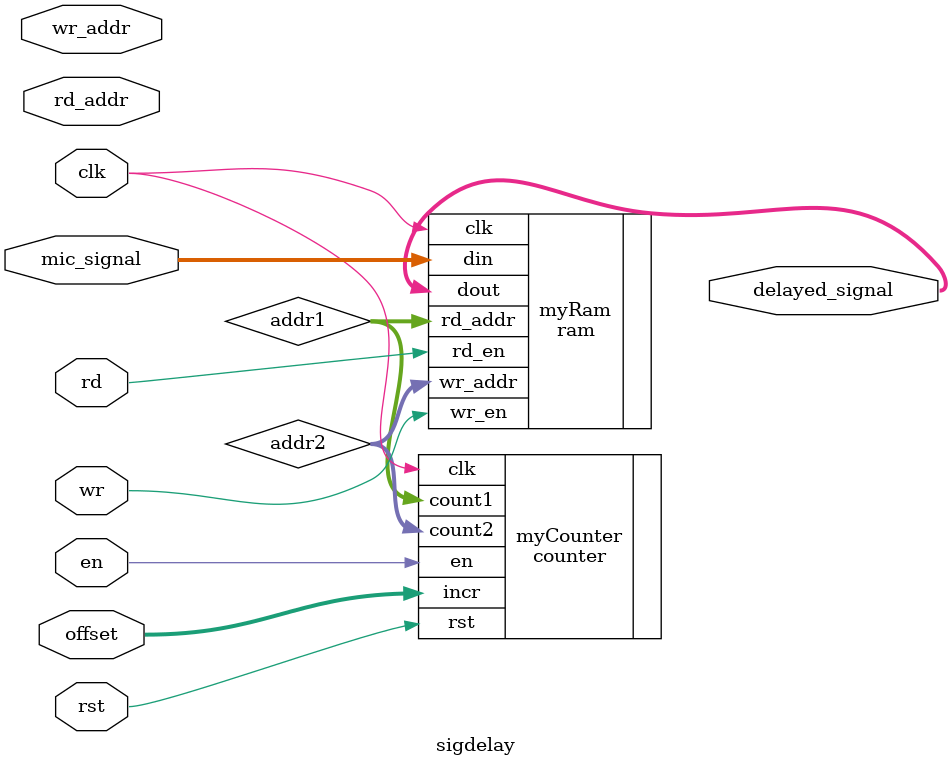
<source format=sv>
module sigdelay #(
  parameter WIDTH = 8
)(
  // interface signals
  input  logic                        clk,       
  input  logic                        rst,       
  input  logic                        en,       
  input  logic [WIDTH-1:0]            offset,
  input logic                         wr,
  input logic                         rd,
  input logic  [WIDTH-1:0]            wr_addr,
  input logic  [WIDTH-1:0]            rd_addr,
  input logic  [WIDTH-1:0]            mic_signal,        
  output logic [7:0]                  delayed_signal
);

  logic  [WIDTH-1:0]       addr1;    
  logic  [WIDTH-1:0]       addr2; 

counter myCounter (
  .clk (clk),
  .rst (rst),
  .en (en),
  .incr(offset),
  .count1 (addr1),
  .count2 (addr2)
);

ram myRam (
  .wr_addr(addr2),
  .rd_addr(addr1),
  .wr_en(wr),
  .rd_en(rd),
  .dout(delayed_signal),
  .din(mic_signal),
  .clk(clk)
);

endmodule

</source>
